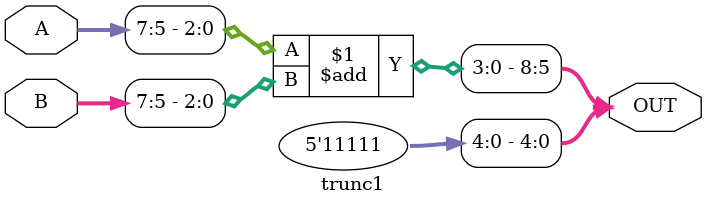
<source format=v>
module trunc0 #(
  parameter BIT_WIDTH=8,
  parameter K=5
)(
  input    [BIT_WIDTH-1:0] A,B,
  output   [BIT_WIDTH:0] OUT
);
  generate
    if (K == 0) begin
      assign OUT = A + B;
    end else begin
      assign OUT[BIT_WIDTH:K] = A[BIT_WIDTH-1:K] + B[BIT_WIDTH-1:K];
      assign OUT[K-1:0] = {K{1'b0}};
    end
  endgenerate
endmodule // trunc0


module trunc1 #(
    parameter BIT_WIDTH=8,
    parameter K=5
)(
    input    [BIT_WIDTH-1:0] A,B,
    output   [BIT_WIDTH:0] OUT
);
  generate
    if (K == 0) begin
      assign OUT = A + B;
    end else
    begin
      assign OUT[BIT_WIDTH:K] = A[BIT_WIDTH-1:K] + B[BIT_WIDTH-1:K];
      assign OUT[K-1:0] = {K{1'b1}};
    end
  endgenerate
endmodule // trunc1

</source>
